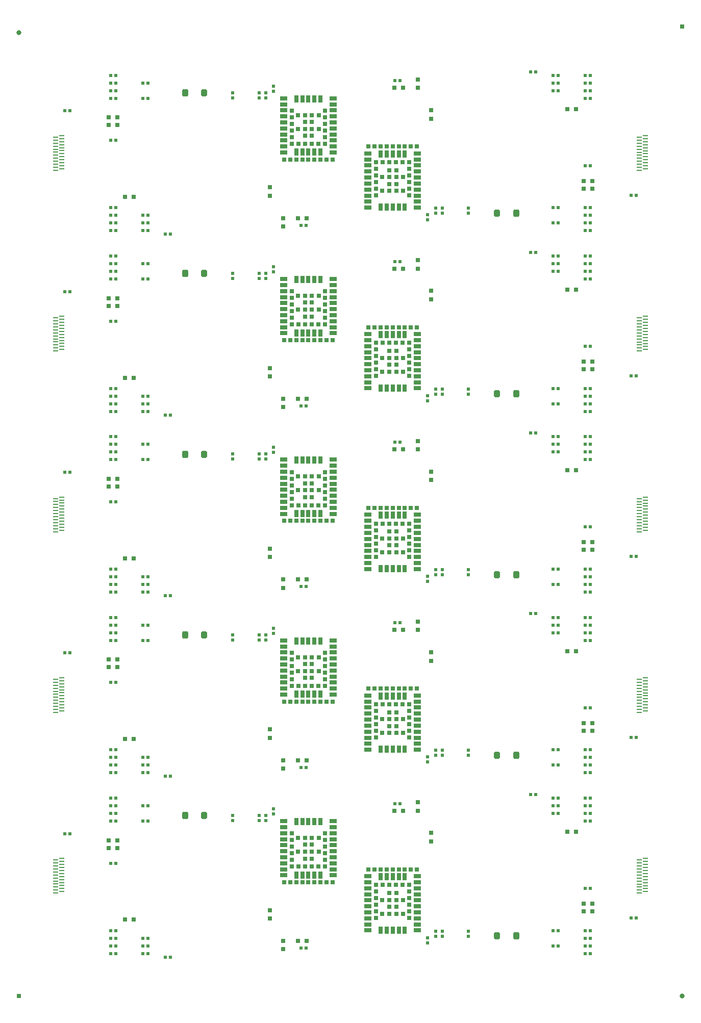
<source format=gbp>
G04*
G04 #@! TF.GenerationSoftware,Altium Limited,Altium Designer,21.6.4 (81)*
G04*
G04 Layer_Color=128*
%FSLAX43Y43*%
%MOMM*%
G71*
G04*
G04 #@! TF.SameCoordinates,B8146748-6EAE-4540-ADCA-D378D2E1ADA8*
G04*
G04*
G04 #@! TF.FilePolarity,Positive*
G04*
G01*
G75*
%ADD10C,0.800*%
%ADD11R,0.800X0.800*%
G04:AMPARAMS|DCode=13|XSize=1mm|YSize=1.2mm|CornerRadius=0mm|HoleSize=0mm|Usage=FLASHONLY|Rotation=0.000|XOffset=0mm|YOffset=0mm|HoleType=Round|Shape=Octagon|*
%AMOCTAGOND13*
4,1,8,-0.250,0.600,0.250,0.600,0.500,0.350,0.500,-0.350,0.250,-0.600,-0.250,-0.600,-0.500,-0.350,-0.500,0.350,-0.250,0.600,0.0*
%
%ADD13OCTAGOND13*%

G04:AMPARAMS|DCode=14|XSize=1mm|YSize=1.2mm|CornerRadius=0.25mm|HoleSize=0mm|Usage=FLASHONLY|Rotation=0.000|XOffset=0mm|YOffset=0mm|HoleType=Round|Shape=RoundedRectangle|*
%AMROUNDEDRECTD14*
21,1,1.000,0.700,0,0,0.0*
21,1,0.500,1.200,0,0,0.0*
1,1,0.500,0.250,-0.350*
1,1,0.500,-0.250,-0.350*
1,1,0.500,-0.250,0.350*
1,1,0.500,0.250,0.350*
%
%ADD14ROUNDEDRECTD14*%
G04:AMPARAMS|DCode=18|XSize=0.75mm|YSize=0.75mm|CornerRadius=0.075mm|HoleSize=0mm|Usage=FLASHONLY|Rotation=270.000|XOffset=0mm|YOffset=0mm|HoleType=Round|Shape=RoundedRectangle|*
%AMROUNDEDRECTD18*
21,1,0.750,0.600,0,0,270.0*
21,1,0.600,0.750,0,0,270.0*
1,1,0.150,-0.300,-0.300*
1,1,0.150,-0.300,0.300*
1,1,0.150,0.300,0.300*
1,1,0.150,0.300,-0.300*
%
%ADD18ROUNDEDRECTD18*%
%ADD19R,0.550X0.550*%
G04:AMPARAMS|DCode=23|XSize=0.55mm|YSize=0.55mm|CornerRadius=0.055mm|HoleSize=0mm|Usage=FLASHONLY|Rotation=90.000|XOffset=0mm|YOffset=0mm|HoleType=Round|Shape=RoundedRectangle|*
%AMROUNDEDRECTD23*
21,1,0.550,0.440,0,0,90.0*
21,1,0.440,0.550,0,0,90.0*
1,1,0.110,0.220,0.220*
1,1,0.110,0.220,-0.220*
1,1,0.110,-0.220,-0.220*
1,1,0.110,-0.220,0.220*
%
%ADD23ROUNDEDRECTD23*%
%ADD24R,0.750X0.800*%
%ADD57R,0.850X0.270*%
%ADD58R,1.150X0.700*%
%ADD59R,0.700X1.150*%
%ADD60R,0.700X0.700*%
%ADD61R,0.700X0.700*%
%ADD62R,0.550X0.550*%
G04:AMPARAMS|DCode=63|XSize=0.55mm|YSize=0.55mm|CornerRadius=0.055mm|HoleSize=0mm|Usage=FLASHONLY|Rotation=0.000|XOffset=0mm|YOffset=0mm|HoleType=Round|Shape=RoundedRectangle|*
%AMROUNDEDRECTD63*
21,1,0.550,0.440,0,0,0.0*
21,1,0.440,0.550,0,0,0.0*
1,1,0.110,0.220,-0.220*
1,1,0.110,-0.220,-0.220*
1,1,0.110,-0.220,0.220*
1,1,0.110,0.220,0.220*
%
%ADD63ROUNDEDRECTD63*%
G04:AMPARAMS|DCode=75|XSize=1mm|YSize=1.2mm|CornerRadius=0.25mm|HoleSize=0mm|Usage=FLASHONLY|Rotation=360.000|XOffset=0mm|YOffset=0mm|HoleType=Round|Shape=RoundedRectangle|*
%AMROUNDEDRECTD75*
21,1,1.000,0.700,0,0,360.0*
21,1,0.500,1.200,0,0,360.0*
1,1,0.500,0.250,-0.350*
1,1,0.500,-0.250,-0.350*
1,1,0.500,-0.250,0.350*
1,1,0.500,0.250,0.350*
%
%ADD75ROUNDEDRECTD75*%
G04:AMPARAMS|DCode=76|XSize=1mm|YSize=1.2mm|CornerRadius=0mm|HoleSize=0mm|Usage=FLASHONLY|Rotation=360.000|XOffset=0mm|YOffset=0mm|HoleType=Round|Shape=Octagon|*
%AMOCTAGOND76*
4,1,8,-0.250,0.600,0.250,0.600,0.500,0.350,0.500,-0.350,0.250,-0.600,-0.250,-0.600,-0.500,-0.350,-0.500,0.350,-0.250,0.600,0.0*
%
%ADD76OCTAGOND76*%

G04:AMPARAMS|DCode=77|XSize=0.55mm|YSize=0.55mm|CornerRadius=0.055mm|HoleSize=0mm|Usage=FLASHONLY|Rotation=360.000|XOffset=0mm|YOffset=0mm|HoleType=Round|Shape=RoundedRectangle|*
%AMROUNDEDRECTD77*
21,1,0.550,0.440,0,0,360.0*
21,1,0.440,0.550,0,0,360.0*
1,1,0.110,0.220,-0.220*
1,1,0.110,-0.220,-0.220*
1,1,0.110,-0.220,0.220*
1,1,0.110,0.220,0.220*
%
%ADD77ROUNDEDRECTD77*%
D10*
X5000Y165000D02*
D03*
X115000Y5000D02*
D03*
D11*
Y166000D02*
D03*
X5000Y5000D02*
D03*
D13*
X35675Y35000D02*
D03*
Y65000D02*
D03*
Y155000D02*
D03*
Y125000D02*
D03*
Y95000D02*
D03*
D14*
X32525Y35000D02*
D03*
Y65000D02*
D03*
Y155000D02*
D03*
Y125000D02*
D03*
Y95000D02*
D03*
D18*
X46600Y17900D02*
D03*
Y19300D02*
D03*
X48800Y14200D02*
D03*
Y12800D02*
D03*
X46600Y47900D02*
D03*
Y49300D02*
D03*
X48800Y44200D02*
D03*
Y42800D02*
D03*
X73400Y152100D02*
D03*
Y150700D02*
D03*
X71200Y155800D02*
D03*
Y157200D02*
D03*
X73400Y122100D02*
D03*
Y120700D02*
D03*
X71200Y125800D02*
D03*
Y127200D02*
D03*
X73400Y92100D02*
D03*
Y90700D02*
D03*
X71200Y95800D02*
D03*
Y97200D02*
D03*
X73400Y62100D02*
D03*
Y60700D02*
D03*
X71200Y65800D02*
D03*
Y67200D02*
D03*
X73400Y32100D02*
D03*
Y30700D02*
D03*
X71200Y35800D02*
D03*
Y37200D02*
D03*
X46600Y137900D02*
D03*
Y139300D02*
D03*
X48800Y134200D02*
D03*
Y132800D02*
D03*
X46600Y107900D02*
D03*
Y109300D02*
D03*
X48800Y104200D02*
D03*
Y102800D02*
D03*
X46600Y77900D02*
D03*
Y79300D02*
D03*
X48800Y74200D02*
D03*
Y72800D02*
D03*
D19*
X44800Y34175D02*
D03*
Y35025D02*
D03*
X40460Y34175D02*
D03*
Y35025D02*
D03*
X44800Y64175D02*
D03*
Y65025D02*
D03*
X40460Y64175D02*
D03*
Y65025D02*
D03*
X75200Y135825D02*
D03*
Y134975D02*
D03*
X79540Y135825D02*
D03*
Y134975D02*
D03*
X75200Y105825D02*
D03*
Y104975D02*
D03*
X79540Y105825D02*
D03*
Y104975D02*
D03*
X75200Y75825D02*
D03*
Y74975D02*
D03*
X79540Y75825D02*
D03*
Y74975D02*
D03*
X75200Y45825D02*
D03*
Y44975D02*
D03*
X79540Y45825D02*
D03*
Y44975D02*
D03*
X75200Y15825D02*
D03*
Y14975D02*
D03*
X79540Y15825D02*
D03*
Y14975D02*
D03*
X44800Y154175D02*
D03*
Y155025D02*
D03*
X40460Y154175D02*
D03*
Y155025D02*
D03*
X44800Y124175D02*
D03*
Y125025D02*
D03*
X40460Y124175D02*
D03*
Y125025D02*
D03*
X44800Y94175D02*
D03*
Y95025D02*
D03*
X40460Y94175D02*
D03*
Y95025D02*
D03*
D23*
X47200Y36125D02*
D03*
Y35275D02*
D03*
X45900Y35025D02*
D03*
Y34175D02*
D03*
X47200Y66125D02*
D03*
Y65275D02*
D03*
X45900Y65025D02*
D03*
Y64175D02*
D03*
X72800Y133875D02*
D03*
Y134725D02*
D03*
X74100Y134975D02*
D03*
Y135825D02*
D03*
X72800Y103875D02*
D03*
Y104725D02*
D03*
X74100Y104975D02*
D03*
Y105825D02*
D03*
X72800Y73875D02*
D03*
Y74725D02*
D03*
X74100Y74975D02*
D03*
Y75825D02*
D03*
X72800Y43875D02*
D03*
Y44725D02*
D03*
X74100Y44975D02*
D03*
Y45825D02*
D03*
X72800Y13875D02*
D03*
Y14725D02*
D03*
X74100Y14975D02*
D03*
Y15825D02*
D03*
X47200Y156125D02*
D03*
Y155275D02*
D03*
X45900Y155025D02*
D03*
Y154175D02*
D03*
X47200Y126125D02*
D03*
Y125275D02*
D03*
X45900Y125025D02*
D03*
Y124175D02*
D03*
X47200Y96125D02*
D03*
Y95275D02*
D03*
X45900Y95025D02*
D03*
Y94175D02*
D03*
D24*
X51300Y14200D02*
D03*
X52700D02*
D03*
X24000Y17700D02*
D03*
X22600D02*
D03*
X19900Y30905D02*
D03*
X21300D02*
D03*
X19900Y29635D02*
D03*
X21300D02*
D03*
X51300Y44200D02*
D03*
X52700D02*
D03*
X24000Y47700D02*
D03*
X22600D02*
D03*
X19900Y60905D02*
D03*
X21300D02*
D03*
X19900Y59635D02*
D03*
X21300D02*
D03*
X68700Y155800D02*
D03*
X67300D02*
D03*
X96000Y152300D02*
D03*
X97400D02*
D03*
X100100Y139095D02*
D03*
X98700D02*
D03*
X100100Y140365D02*
D03*
X98700D02*
D03*
X68700Y125800D02*
D03*
X67300D02*
D03*
X96000Y122300D02*
D03*
X97400D02*
D03*
X100100Y109095D02*
D03*
X98700D02*
D03*
X100100Y110365D02*
D03*
X98700D02*
D03*
X68700Y95800D02*
D03*
X67300D02*
D03*
X96000Y92300D02*
D03*
X97400D02*
D03*
X100100Y79095D02*
D03*
X98700D02*
D03*
X100100Y80365D02*
D03*
X98700D02*
D03*
X68700Y65800D02*
D03*
X67300D02*
D03*
X96000Y62300D02*
D03*
X97400D02*
D03*
X100100Y49095D02*
D03*
X98700D02*
D03*
X100100Y50365D02*
D03*
X98700D02*
D03*
X68700Y35800D02*
D03*
X67300D02*
D03*
X96000Y32300D02*
D03*
X97400D02*
D03*
X100100Y19095D02*
D03*
X98700D02*
D03*
X100100Y20365D02*
D03*
X98700D02*
D03*
X51300Y134200D02*
D03*
X52700D02*
D03*
X24000Y137700D02*
D03*
X22600D02*
D03*
X19900Y150905D02*
D03*
X21300D02*
D03*
X19900Y149635D02*
D03*
X21300D02*
D03*
X51300Y104200D02*
D03*
X52700D02*
D03*
X24000Y107700D02*
D03*
X22600D02*
D03*
X19900Y120905D02*
D03*
X21300D02*
D03*
X19900Y119635D02*
D03*
X21300D02*
D03*
X51300Y74200D02*
D03*
X52700D02*
D03*
X24000Y77700D02*
D03*
X22600D02*
D03*
X19900Y90905D02*
D03*
X21300D02*
D03*
X19900Y89635D02*
D03*
X21300D02*
D03*
D57*
X12100Y23879D02*
D03*
Y22379D02*
D03*
Y22879D02*
D03*
Y23379D02*
D03*
Y27879D02*
D03*
Y25379D02*
D03*
Y27379D02*
D03*
Y24379D02*
D03*
Y24879D02*
D03*
Y25879D02*
D03*
Y26379D02*
D03*
Y26879D02*
D03*
X11050Y27629D02*
D03*
Y22129D02*
D03*
Y22629D02*
D03*
Y23129D02*
D03*
Y23629D02*
D03*
Y24129D02*
D03*
Y24629D02*
D03*
Y25129D02*
D03*
Y25629D02*
D03*
Y26129D02*
D03*
Y26629D02*
D03*
Y27129D02*
D03*
X12100Y53879D02*
D03*
Y52379D02*
D03*
Y52879D02*
D03*
Y53379D02*
D03*
Y57879D02*
D03*
Y55379D02*
D03*
Y57379D02*
D03*
Y54379D02*
D03*
Y54879D02*
D03*
Y55879D02*
D03*
Y56379D02*
D03*
Y56879D02*
D03*
X11050Y57629D02*
D03*
Y52129D02*
D03*
Y52629D02*
D03*
Y53129D02*
D03*
Y53629D02*
D03*
Y54129D02*
D03*
Y54629D02*
D03*
Y55129D02*
D03*
Y55629D02*
D03*
Y56129D02*
D03*
Y56629D02*
D03*
Y57129D02*
D03*
X107900Y146121D02*
D03*
Y147621D02*
D03*
Y147121D02*
D03*
Y146621D02*
D03*
Y142121D02*
D03*
Y144621D02*
D03*
Y142621D02*
D03*
Y145621D02*
D03*
Y145121D02*
D03*
Y144121D02*
D03*
Y143621D02*
D03*
Y143121D02*
D03*
X108950Y142371D02*
D03*
Y147871D02*
D03*
Y147371D02*
D03*
Y146871D02*
D03*
Y146371D02*
D03*
Y145871D02*
D03*
Y145371D02*
D03*
Y144871D02*
D03*
Y144371D02*
D03*
Y143871D02*
D03*
Y143371D02*
D03*
Y142871D02*
D03*
X107900Y116121D02*
D03*
Y117621D02*
D03*
Y117121D02*
D03*
Y116621D02*
D03*
Y112121D02*
D03*
Y114621D02*
D03*
Y112621D02*
D03*
Y115621D02*
D03*
Y115121D02*
D03*
Y114121D02*
D03*
Y113621D02*
D03*
Y113121D02*
D03*
X108950Y112371D02*
D03*
Y117871D02*
D03*
Y117371D02*
D03*
Y116871D02*
D03*
Y116371D02*
D03*
Y115871D02*
D03*
Y115371D02*
D03*
Y114871D02*
D03*
Y114371D02*
D03*
Y113871D02*
D03*
Y113371D02*
D03*
Y112871D02*
D03*
X107900Y86121D02*
D03*
Y87621D02*
D03*
Y87121D02*
D03*
Y86621D02*
D03*
Y82121D02*
D03*
Y84621D02*
D03*
Y82621D02*
D03*
Y85621D02*
D03*
Y85121D02*
D03*
Y84121D02*
D03*
Y83621D02*
D03*
Y83121D02*
D03*
X108950Y82371D02*
D03*
Y87871D02*
D03*
Y87371D02*
D03*
Y86871D02*
D03*
Y86371D02*
D03*
Y85871D02*
D03*
Y85371D02*
D03*
Y84871D02*
D03*
Y84371D02*
D03*
Y83871D02*
D03*
Y83371D02*
D03*
Y82871D02*
D03*
X107900Y56121D02*
D03*
Y57621D02*
D03*
Y57121D02*
D03*
Y56621D02*
D03*
Y52121D02*
D03*
Y54621D02*
D03*
Y52621D02*
D03*
Y55621D02*
D03*
Y55121D02*
D03*
Y54121D02*
D03*
Y53621D02*
D03*
Y53121D02*
D03*
X108950Y52371D02*
D03*
Y57871D02*
D03*
Y57371D02*
D03*
Y56871D02*
D03*
Y56371D02*
D03*
Y55871D02*
D03*
Y55371D02*
D03*
Y54871D02*
D03*
Y54371D02*
D03*
Y53871D02*
D03*
Y53371D02*
D03*
Y52871D02*
D03*
X107900Y26121D02*
D03*
Y27621D02*
D03*
Y27121D02*
D03*
Y26621D02*
D03*
Y22121D02*
D03*
Y24621D02*
D03*
Y22621D02*
D03*
Y25621D02*
D03*
Y25121D02*
D03*
Y24121D02*
D03*
Y23621D02*
D03*
Y23121D02*
D03*
X108950Y22371D02*
D03*
Y27871D02*
D03*
Y27371D02*
D03*
Y26871D02*
D03*
Y26371D02*
D03*
Y25871D02*
D03*
Y25371D02*
D03*
Y24871D02*
D03*
Y24371D02*
D03*
Y23871D02*
D03*
Y23371D02*
D03*
Y22871D02*
D03*
X12100Y143879D02*
D03*
Y142379D02*
D03*
Y142879D02*
D03*
Y143379D02*
D03*
Y147879D02*
D03*
Y145379D02*
D03*
Y147379D02*
D03*
Y144379D02*
D03*
Y144879D02*
D03*
Y145879D02*
D03*
Y146379D02*
D03*
Y146879D02*
D03*
X11050Y147629D02*
D03*
Y142129D02*
D03*
Y142629D02*
D03*
Y143129D02*
D03*
Y143629D02*
D03*
Y144129D02*
D03*
Y144629D02*
D03*
Y145129D02*
D03*
Y145629D02*
D03*
Y146129D02*
D03*
Y146629D02*
D03*
Y147129D02*
D03*
X12100Y113879D02*
D03*
Y112379D02*
D03*
Y112879D02*
D03*
Y113379D02*
D03*
Y117879D02*
D03*
Y115379D02*
D03*
Y117379D02*
D03*
Y114379D02*
D03*
Y114879D02*
D03*
Y115879D02*
D03*
Y116379D02*
D03*
Y116879D02*
D03*
X11050Y117629D02*
D03*
Y112129D02*
D03*
Y112629D02*
D03*
Y113129D02*
D03*
Y113629D02*
D03*
Y114129D02*
D03*
Y114629D02*
D03*
Y115129D02*
D03*
Y115629D02*
D03*
Y116129D02*
D03*
Y116629D02*
D03*
Y117129D02*
D03*
X12100Y83879D02*
D03*
Y82379D02*
D03*
Y82879D02*
D03*
Y83379D02*
D03*
Y87879D02*
D03*
Y85379D02*
D03*
Y87379D02*
D03*
Y84379D02*
D03*
Y84879D02*
D03*
Y85879D02*
D03*
Y86379D02*
D03*
Y86879D02*
D03*
X11050Y87629D02*
D03*
Y82129D02*
D03*
Y82629D02*
D03*
Y83129D02*
D03*
Y83629D02*
D03*
Y84129D02*
D03*
Y84629D02*
D03*
Y85129D02*
D03*
Y85629D02*
D03*
Y86129D02*
D03*
Y86629D02*
D03*
Y87129D02*
D03*
D58*
X48875Y25075D02*
D03*
Y26075D02*
D03*
Y27075D02*
D03*
Y28075D02*
D03*
Y29075D02*
D03*
Y30075D02*
D03*
Y31075D02*
D03*
Y32075D02*
D03*
Y33075D02*
D03*
Y34075D02*
D03*
X57125D02*
D03*
Y33075D02*
D03*
Y32075D02*
D03*
Y31075D02*
D03*
Y30075D02*
D03*
Y29075D02*
D03*
Y28075D02*
D03*
Y27075D02*
D03*
Y26075D02*
D03*
Y25075D02*
D03*
X48875Y55075D02*
D03*
Y56075D02*
D03*
Y57075D02*
D03*
Y58075D02*
D03*
Y59075D02*
D03*
Y60075D02*
D03*
Y61075D02*
D03*
Y62075D02*
D03*
Y63075D02*
D03*
Y64075D02*
D03*
X57125D02*
D03*
Y63075D02*
D03*
Y62075D02*
D03*
Y61075D02*
D03*
Y60075D02*
D03*
Y59075D02*
D03*
Y58075D02*
D03*
Y57075D02*
D03*
Y56075D02*
D03*
Y55075D02*
D03*
X71125Y144925D02*
D03*
Y143925D02*
D03*
Y142925D02*
D03*
Y141925D02*
D03*
Y140925D02*
D03*
Y139925D02*
D03*
Y138925D02*
D03*
Y137925D02*
D03*
Y136925D02*
D03*
Y135925D02*
D03*
X62875D02*
D03*
Y136925D02*
D03*
Y137925D02*
D03*
Y138925D02*
D03*
Y139925D02*
D03*
Y140925D02*
D03*
Y141925D02*
D03*
Y142925D02*
D03*
Y143925D02*
D03*
Y144925D02*
D03*
X71125Y114925D02*
D03*
Y113925D02*
D03*
Y112925D02*
D03*
Y111925D02*
D03*
Y110925D02*
D03*
Y109925D02*
D03*
Y108925D02*
D03*
Y107925D02*
D03*
Y106925D02*
D03*
Y105925D02*
D03*
X62875D02*
D03*
Y106925D02*
D03*
Y107925D02*
D03*
Y108925D02*
D03*
Y109925D02*
D03*
Y110925D02*
D03*
Y111925D02*
D03*
Y112925D02*
D03*
Y113925D02*
D03*
Y114925D02*
D03*
X71125Y84925D02*
D03*
Y83925D02*
D03*
Y82925D02*
D03*
Y81925D02*
D03*
Y80925D02*
D03*
Y79925D02*
D03*
Y78925D02*
D03*
Y77925D02*
D03*
Y76925D02*
D03*
Y75925D02*
D03*
X62875D02*
D03*
Y76925D02*
D03*
Y77925D02*
D03*
Y78925D02*
D03*
Y79925D02*
D03*
Y80925D02*
D03*
Y81925D02*
D03*
Y82925D02*
D03*
Y83925D02*
D03*
Y84925D02*
D03*
X71125Y54925D02*
D03*
Y53925D02*
D03*
Y52925D02*
D03*
Y51925D02*
D03*
Y50925D02*
D03*
Y49925D02*
D03*
Y48925D02*
D03*
Y47925D02*
D03*
Y46925D02*
D03*
Y45925D02*
D03*
X62875D02*
D03*
Y46925D02*
D03*
Y47925D02*
D03*
Y48925D02*
D03*
Y49925D02*
D03*
Y50925D02*
D03*
Y51925D02*
D03*
Y52925D02*
D03*
Y53925D02*
D03*
Y54925D02*
D03*
X71125Y24925D02*
D03*
Y23925D02*
D03*
Y22925D02*
D03*
Y21925D02*
D03*
Y20925D02*
D03*
Y19925D02*
D03*
Y18925D02*
D03*
Y17925D02*
D03*
Y16925D02*
D03*
Y15925D02*
D03*
X62875D02*
D03*
Y16925D02*
D03*
Y17925D02*
D03*
Y18925D02*
D03*
Y19925D02*
D03*
Y20925D02*
D03*
Y21925D02*
D03*
Y22925D02*
D03*
Y23925D02*
D03*
Y24925D02*
D03*
X48875Y145075D02*
D03*
Y146075D02*
D03*
Y147075D02*
D03*
Y148075D02*
D03*
Y149075D02*
D03*
Y150075D02*
D03*
Y151075D02*
D03*
Y152075D02*
D03*
Y153075D02*
D03*
Y154075D02*
D03*
X57125D02*
D03*
Y153075D02*
D03*
Y152075D02*
D03*
Y151075D02*
D03*
Y150075D02*
D03*
Y149075D02*
D03*
Y148075D02*
D03*
Y147075D02*
D03*
Y146075D02*
D03*
Y145075D02*
D03*
X48875Y115075D02*
D03*
Y116075D02*
D03*
Y117075D02*
D03*
Y118075D02*
D03*
Y119075D02*
D03*
Y120075D02*
D03*
Y121075D02*
D03*
Y122075D02*
D03*
Y123075D02*
D03*
Y124075D02*
D03*
X57125D02*
D03*
Y123075D02*
D03*
Y122075D02*
D03*
Y121075D02*
D03*
Y120075D02*
D03*
Y119075D02*
D03*
Y118075D02*
D03*
Y117075D02*
D03*
Y116075D02*
D03*
Y115075D02*
D03*
X48875Y85075D02*
D03*
Y86075D02*
D03*
Y87075D02*
D03*
Y88075D02*
D03*
Y89075D02*
D03*
Y90075D02*
D03*
Y91075D02*
D03*
Y92075D02*
D03*
Y93075D02*
D03*
Y94075D02*
D03*
X57125D02*
D03*
Y93075D02*
D03*
Y92075D02*
D03*
Y91075D02*
D03*
Y90075D02*
D03*
Y89075D02*
D03*
Y88075D02*
D03*
Y87075D02*
D03*
Y86075D02*
D03*
Y85075D02*
D03*
D59*
X55000Y34000D02*
D03*
X54000D02*
D03*
X53000D02*
D03*
X52000D02*
D03*
X51000D02*
D03*
Y25150D02*
D03*
X52000D02*
D03*
X53000D02*
D03*
X54000D02*
D03*
X55000D02*
D03*
Y64000D02*
D03*
X54000D02*
D03*
X53000D02*
D03*
X52000D02*
D03*
X51000D02*
D03*
Y55150D02*
D03*
X52000D02*
D03*
X53000D02*
D03*
X54000D02*
D03*
X55000D02*
D03*
X65000Y136000D02*
D03*
X66000D02*
D03*
X67000D02*
D03*
X68000D02*
D03*
X69000D02*
D03*
Y144850D02*
D03*
X68000D02*
D03*
X67000D02*
D03*
X66000D02*
D03*
X65000D02*
D03*
Y106000D02*
D03*
X66000D02*
D03*
X67000D02*
D03*
X68000D02*
D03*
X69000D02*
D03*
Y114850D02*
D03*
X68000D02*
D03*
X67000D02*
D03*
X66000D02*
D03*
X65000D02*
D03*
Y76000D02*
D03*
X66000D02*
D03*
X67000D02*
D03*
X68000D02*
D03*
X69000D02*
D03*
Y84850D02*
D03*
X68000D02*
D03*
X67000D02*
D03*
X66000D02*
D03*
X65000D02*
D03*
Y46000D02*
D03*
X66000D02*
D03*
X67000D02*
D03*
X68000D02*
D03*
X69000D02*
D03*
Y54850D02*
D03*
X68000D02*
D03*
X67000D02*
D03*
X66000D02*
D03*
X65000D02*
D03*
Y16000D02*
D03*
X66000D02*
D03*
X67000D02*
D03*
X68000D02*
D03*
X69000D02*
D03*
Y24850D02*
D03*
X68000D02*
D03*
X67000D02*
D03*
X66000D02*
D03*
X65000D02*
D03*
X55000Y154000D02*
D03*
X54000D02*
D03*
X53000D02*
D03*
X52000D02*
D03*
X51000D02*
D03*
Y145150D02*
D03*
X52000D02*
D03*
X53000D02*
D03*
X54000D02*
D03*
X55000D02*
D03*
Y124000D02*
D03*
X54000D02*
D03*
X53000D02*
D03*
X52000D02*
D03*
X51000D02*
D03*
Y115150D02*
D03*
X52000D02*
D03*
X53000D02*
D03*
X54000D02*
D03*
X55000D02*
D03*
Y94000D02*
D03*
X54000D02*
D03*
X53000D02*
D03*
X52000D02*
D03*
X51000D02*
D03*
Y85150D02*
D03*
X52000D02*
D03*
X53000D02*
D03*
X54000D02*
D03*
X55000D02*
D03*
D60*
X51275Y31300D02*
D03*
X52425D02*
D03*
X53575D02*
D03*
X54725D02*
D03*
Y29000D02*
D03*
X53575Y30150D02*
D03*
X52425D02*
D03*
Y27850D02*
D03*
X51275Y29000D02*
D03*
X52425D02*
D03*
X53575D02*
D03*
Y27850D02*
D03*
X51275Y61300D02*
D03*
X52425D02*
D03*
X53575D02*
D03*
X54725D02*
D03*
Y59000D02*
D03*
X53575Y60150D02*
D03*
X52425D02*
D03*
Y57850D02*
D03*
X51275Y59000D02*
D03*
X52425D02*
D03*
X53575D02*
D03*
Y57850D02*
D03*
X68725Y138700D02*
D03*
X67575D02*
D03*
X66425D02*
D03*
X65275D02*
D03*
Y141000D02*
D03*
X66425Y139850D02*
D03*
X67575D02*
D03*
Y142150D02*
D03*
X68725Y141000D02*
D03*
X67575D02*
D03*
X66425D02*
D03*
Y142150D02*
D03*
X68725Y108700D02*
D03*
X67575D02*
D03*
X66425D02*
D03*
X65275D02*
D03*
Y111000D02*
D03*
X66425Y109850D02*
D03*
X67575D02*
D03*
Y112150D02*
D03*
X68725Y111000D02*
D03*
X67575D02*
D03*
X66425D02*
D03*
Y112150D02*
D03*
X68725Y78700D02*
D03*
X67575D02*
D03*
X66425D02*
D03*
X65275D02*
D03*
Y81000D02*
D03*
X66425Y79850D02*
D03*
X67575D02*
D03*
Y82150D02*
D03*
X68725Y81000D02*
D03*
X67575D02*
D03*
X66425D02*
D03*
Y82150D02*
D03*
X68725Y48700D02*
D03*
X67575D02*
D03*
X66425D02*
D03*
X65275D02*
D03*
Y51000D02*
D03*
X66425Y49850D02*
D03*
X67575D02*
D03*
Y52150D02*
D03*
X68725Y51000D02*
D03*
X67575D02*
D03*
X66425D02*
D03*
Y52150D02*
D03*
X68725Y18700D02*
D03*
X67575D02*
D03*
X66425D02*
D03*
X65275D02*
D03*
Y21000D02*
D03*
X66425Y19850D02*
D03*
X67575D02*
D03*
Y22150D02*
D03*
X68725Y21000D02*
D03*
X67575D02*
D03*
X66425D02*
D03*
Y22150D02*
D03*
X51275Y151300D02*
D03*
X52425D02*
D03*
X53575D02*
D03*
X54725D02*
D03*
Y149000D02*
D03*
X53575Y150150D02*
D03*
X52425D02*
D03*
Y147850D02*
D03*
X51275Y149000D02*
D03*
X52425D02*
D03*
X53575D02*
D03*
Y147850D02*
D03*
X51275Y121300D02*
D03*
X52425D02*
D03*
X53575D02*
D03*
X54725D02*
D03*
Y119000D02*
D03*
X53575Y120150D02*
D03*
X52425D02*
D03*
Y117850D02*
D03*
X51275Y119000D02*
D03*
X52425D02*
D03*
X53575D02*
D03*
Y117850D02*
D03*
X51275Y91300D02*
D03*
X52425D02*
D03*
X53575D02*
D03*
X54725D02*
D03*
Y89000D02*
D03*
X53575Y90150D02*
D03*
X52425D02*
D03*
Y87850D02*
D03*
X51275Y89000D02*
D03*
X52425D02*
D03*
X53575D02*
D03*
Y87850D02*
D03*
D61*
X50250Y26525D02*
D03*
Y27625D02*
D03*
Y28725D02*
D03*
Y30925D02*
D03*
Y32025D02*
D03*
X55750D02*
D03*
Y30925D02*
D03*
Y29825D02*
D03*
Y28725D02*
D03*
Y27625D02*
D03*
Y26525D02*
D03*
X54650D02*
D03*
X53550D02*
D03*
X52450D02*
D03*
X51350D02*
D03*
X57000Y23925D02*
D03*
X56000D02*
D03*
X55000D02*
D03*
X54000D02*
D03*
X53000D02*
D03*
X52000D02*
D03*
X51000D02*
D03*
X50000D02*
D03*
X49000D02*
D03*
X50250Y29825D02*
D03*
Y56525D02*
D03*
Y57625D02*
D03*
Y58725D02*
D03*
Y60925D02*
D03*
Y62025D02*
D03*
X55750D02*
D03*
Y60925D02*
D03*
Y59825D02*
D03*
Y58725D02*
D03*
Y57625D02*
D03*
Y56525D02*
D03*
X54650D02*
D03*
X53550D02*
D03*
X52450D02*
D03*
X51350D02*
D03*
X57000Y53925D02*
D03*
X56000D02*
D03*
X55000D02*
D03*
X54000D02*
D03*
X53000D02*
D03*
X52000D02*
D03*
X51000D02*
D03*
X50000D02*
D03*
X49000D02*
D03*
X50250Y59825D02*
D03*
X69750Y143475D02*
D03*
Y142375D02*
D03*
Y141275D02*
D03*
Y139075D02*
D03*
Y137975D02*
D03*
X64250D02*
D03*
Y139075D02*
D03*
Y140175D02*
D03*
Y141275D02*
D03*
Y142375D02*
D03*
Y143475D02*
D03*
X65350D02*
D03*
X66450D02*
D03*
X67550D02*
D03*
X68650D02*
D03*
X63000Y146075D02*
D03*
X64000D02*
D03*
X65000D02*
D03*
X66000D02*
D03*
X67000D02*
D03*
X68000D02*
D03*
X69000D02*
D03*
X70000D02*
D03*
X71000D02*
D03*
X69750Y140175D02*
D03*
Y113475D02*
D03*
Y112375D02*
D03*
Y111275D02*
D03*
Y109075D02*
D03*
Y107975D02*
D03*
X64250D02*
D03*
Y109075D02*
D03*
Y110175D02*
D03*
Y111275D02*
D03*
Y112375D02*
D03*
Y113475D02*
D03*
X65350D02*
D03*
X66450D02*
D03*
X67550D02*
D03*
X68650D02*
D03*
X63000Y116075D02*
D03*
X64000D02*
D03*
X65000D02*
D03*
X66000D02*
D03*
X67000D02*
D03*
X68000D02*
D03*
X69000D02*
D03*
X70000D02*
D03*
X71000D02*
D03*
X69750Y110175D02*
D03*
Y83475D02*
D03*
Y82375D02*
D03*
Y81275D02*
D03*
Y79075D02*
D03*
Y77975D02*
D03*
X64250D02*
D03*
Y79075D02*
D03*
Y80175D02*
D03*
Y81275D02*
D03*
Y82375D02*
D03*
Y83475D02*
D03*
X65350D02*
D03*
X66450D02*
D03*
X67550D02*
D03*
X68650D02*
D03*
X63000Y86075D02*
D03*
X64000D02*
D03*
X65000D02*
D03*
X66000D02*
D03*
X67000D02*
D03*
X68000D02*
D03*
X69000D02*
D03*
X70000D02*
D03*
X71000D02*
D03*
X69750Y80175D02*
D03*
Y53475D02*
D03*
Y52375D02*
D03*
Y51275D02*
D03*
Y49075D02*
D03*
Y47975D02*
D03*
X64250D02*
D03*
Y49075D02*
D03*
Y50175D02*
D03*
Y51275D02*
D03*
Y52375D02*
D03*
Y53475D02*
D03*
X65350D02*
D03*
X66450D02*
D03*
X67550D02*
D03*
X68650D02*
D03*
X63000Y56075D02*
D03*
X64000D02*
D03*
X65000D02*
D03*
X66000D02*
D03*
X67000D02*
D03*
X68000D02*
D03*
X69000D02*
D03*
X70000D02*
D03*
X71000D02*
D03*
X69750Y50175D02*
D03*
Y23475D02*
D03*
Y22375D02*
D03*
Y21275D02*
D03*
Y19075D02*
D03*
Y17975D02*
D03*
X64250D02*
D03*
Y19075D02*
D03*
Y20175D02*
D03*
Y21275D02*
D03*
Y22375D02*
D03*
Y23475D02*
D03*
X65350D02*
D03*
X66450D02*
D03*
X67550D02*
D03*
X68650D02*
D03*
X63000Y26075D02*
D03*
X64000D02*
D03*
X65000D02*
D03*
X66000D02*
D03*
X67000D02*
D03*
X68000D02*
D03*
X69000D02*
D03*
X70000D02*
D03*
X71000D02*
D03*
X69750Y20175D02*
D03*
X50250Y146525D02*
D03*
Y147625D02*
D03*
Y148725D02*
D03*
Y150925D02*
D03*
Y152025D02*
D03*
X55750D02*
D03*
Y150925D02*
D03*
Y149825D02*
D03*
Y148725D02*
D03*
Y147625D02*
D03*
Y146525D02*
D03*
X54650D02*
D03*
X53550D02*
D03*
X52450D02*
D03*
X51350D02*
D03*
X57000Y143925D02*
D03*
X56000D02*
D03*
X55000D02*
D03*
X54000D02*
D03*
X53000D02*
D03*
X52000D02*
D03*
X51000D02*
D03*
X50000D02*
D03*
X49000D02*
D03*
X50250Y149825D02*
D03*
Y116525D02*
D03*
Y117625D02*
D03*
Y118725D02*
D03*
Y120925D02*
D03*
Y122025D02*
D03*
X55750D02*
D03*
Y120925D02*
D03*
Y119825D02*
D03*
Y118725D02*
D03*
Y117625D02*
D03*
Y116525D02*
D03*
X54650D02*
D03*
X53550D02*
D03*
X52450D02*
D03*
X51350D02*
D03*
X57000Y113925D02*
D03*
X56000D02*
D03*
X55000D02*
D03*
X54000D02*
D03*
X53000D02*
D03*
X52000D02*
D03*
X51000D02*
D03*
X50000D02*
D03*
X49000D02*
D03*
X50250Y119825D02*
D03*
Y86525D02*
D03*
Y87625D02*
D03*
Y88725D02*
D03*
Y90925D02*
D03*
Y92025D02*
D03*
X55750D02*
D03*
Y90925D02*
D03*
Y89825D02*
D03*
Y88725D02*
D03*
Y87625D02*
D03*
Y86525D02*
D03*
X54650D02*
D03*
X53550D02*
D03*
X52450D02*
D03*
X51350D02*
D03*
X57000Y83925D02*
D03*
X56000D02*
D03*
X55000D02*
D03*
X54000D02*
D03*
X53000D02*
D03*
X52000D02*
D03*
X51000D02*
D03*
X50000D02*
D03*
X49000D02*
D03*
X50250Y89825D02*
D03*
D62*
X52625Y13000D02*
D03*
X51775D02*
D03*
X26425Y13365D02*
D03*
X25575D02*
D03*
X12575Y32000D02*
D03*
X13425D02*
D03*
X52625Y43000D02*
D03*
X51775D02*
D03*
X26425Y43365D02*
D03*
X25575D02*
D03*
X12575Y62000D02*
D03*
X13425D02*
D03*
X67375Y157000D02*
D03*
X68225D02*
D03*
X93575Y156635D02*
D03*
X94425D02*
D03*
X107425Y138000D02*
D03*
X106575D02*
D03*
X67375Y127000D02*
D03*
X68225D02*
D03*
X93575Y126635D02*
D03*
X94425D02*
D03*
X107425Y108000D02*
D03*
X106575D02*
D03*
X67375Y97000D02*
D03*
X68225D02*
D03*
X93575Y96635D02*
D03*
X94425D02*
D03*
X107425Y78000D02*
D03*
X106575D02*
D03*
X67375Y67000D02*
D03*
X68225D02*
D03*
X93575Y66635D02*
D03*
X94425D02*
D03*
X107425Y48000D02*
D03*
X106575D02*
D03*
X67375Y37000D02*
D03*
X68225D02*
D03*
X93575Y36635D02*
D03*
X94425D02*
D03*
X107425Y18000D02*
D03*
X106575D02*
D03*
X52625Y133000D02*
D03*
X51775D02*
D03*
X26425Y133365D02*
D03*
X25575D02*
D03*
X12575Y152000D02*
D03*
X13425D02*
D03*
X52625Y103000D02*
D03*
X51775D02*
D03*
X26425Y103365D02*
D03*
X25575D02*
D03*
X12575Y122000D02*
D03*
X13425D02*
D03*
X52625Y73000D02*
D03*
X51775D02*
D03*
X26425Y73365D02*
D03*
X25575D02*
D03*
X12575Y92000D02*
D03*
X13425D02*
D03*
D63*
X30125Y11500D02*
D03*
X29275D02*
D03*
X26425Y12095D02*
D03*
X25575D02*
D03*
Y14635D02*
D03*
X26425D02*
D03*
X21025Y15905D02*
D03*
X20175D02*
D03*
X21025Y12095D02*
D03*
X20175D02*
D03*
X21025Y13365D02*
D03*
X20175D02*
D03*
X21025Y14635D02*
D03*
X20175D02*
D03*
X25575Y34095D02*
D03*
X26425D02*
D03*
Y36635D02*
D03*
X25575D02*
D03*
X20175Y37905D02*
D03*
X21025D02*
D03*
X20175Y36635D02*
D03*
X21025D02*
D03*
X20175Y35365D02*
D03*
X21025D02*
D03*
X20175Y34095D02*
D03*
X21025D02*
D03*
X20175Y27095D02*
D03*
X21025D02*
D03*
X30125Y41500D02*
D03*
X29275D02*
D03*
X26425Y42095D02*
D03*
X25575D02*
D03*
Y44635D02*
D03*
X26425D02*
D03*
X21025Y45905D02*
D03*
X20175D02*
D03*
X21025Y42095D02*
D03*
X20175D02*
D03*
X21025Y43365D02*
D03*
X20175D02*
D03*
X21025Y44635D02*
D03*
X20175D02*
D03*
X25575Y64095D02*
D03*
X26425D02*
D03*
Y66635D02*
D03*
X25575D02*
D03*
X20175Y67905D02*
D03*
X21025D02*
D03*
X20175Y66635D02*
D03*
X21025D02*
D03*
X20175Y65365D02*
D03*
X21025D02*
D03*
X20175Y64095D02*
D03*
X21025D02*
D03*
X20175Y57095D02*
D03*
X21025D02*
D03*
X89875Y158500D02*
D03*
X90725D02*
D03*
X94425Y155365D02*
D03*
X93575D02*
D03*
Y133365D02*
D03*
X94425D02*
D03*
X89875Y128500D02*
D03*
X90725D02*
D03*
X94425Y125365D02*
D03*
X93575D02*
D03*
Y103365D02*
D03*
X94425D02*
D03*
X89875Y98500D02*
D03*
X90725D02*
D03*
X94425Y95365D02*
D03*
X93575D02*
D03*
Y73365D02*
D03*
X94425D02*
D03*
X89875Y68500D02*
D03*
X90725D02*
D03*
X94425Y65365D02*
D03*
X93575D02*
D03*
Y43365D02*
D03*
X94425D02*
D03*
X89875Y38500D02*
D03*
X90725D02*
D03*
X94425Y35365D02*
D03*
X93575D02*
D03*
Y13365D02*
D03*
X94425D02*
D03*
X30125Y131500D02*
D03*
X29275D02*
D03*
X26425Y132095D02*
D03*
X25575D02*
D03*
Y134635D02*
D03*
X26425D02*
D03*
X21025Y135905D02*
D03*
X20175D02*
D03*
X21025Y132095D02*
D03*
X20175D02*
D03*
X21025Y133365D02*
D03*
X20175D02*
D03*
X21025Y134635D02*
D03*
X20175D02*
D03*
X25575Y154095D02*
D03*
X26425D02*
D03*
Y156635D02*
D03*
X25575D02*
D03*
X20175Y157905D02*
D03*
X21025D02*
D03*
X20175Y156635D02*
D03*
X21025D02*
D03*
X20175Y155365D02*
D03*
X21025D02*
D03*
X20175Y154095D02*
D03*
X21025D02*
D03*
X20175Y147095D02*
D03*
X21025D02*
D03*
X30125Y101500D02*
D03*
X29275D02*
D03*
X26425Y102095D02*
D03*
X25575D02*
D03*
Y104635D02*
D03*
X26425D02*
D03*
X21025Y105905D02*
D03*
X20175D02*
D03*
X21025Y102095D02*
D03*
X20175D02*
D03*
X21025Y103365D02*
D03*
X20175D02*
D03*
X21025Y104635D02*
D03*
X20175D02*
D03*
X25575Y124095D02*
D03*
X26425D02*
D03*
Y126635D02*
D03*
X25575D02*
D03*
X20175Y127905D02*
D03*
X21025D02*
D03*
X20175Y126635D02*
D03*
X21025D02*
D03*
X20175Y125365D02*
D03*
X21025D02*
D03*
X20175Y124095D02*
D03*
X21025D02*
D03*
X20175Y117095D02*
D03*
X21025D02*
D03*
X30125Y71500D02*
D03*
X29275D02*
D03*
X26425Y72095D02*
D03*
X25575D02*
D03*
Y74635D02*
D03*
X26425D02*
D03*
X21025Y75905D02*
D03*
X20175D02*
D03*
X21025Y72095D02*
D03*
X20175D02*
D03*
X21025Y73365D02*
D03*
X20175D02*
D03*
X21025Y74635D02*
D03*
X20175D02*
D03*
X25575Y94095D02*
D03*
X26425D02*
D03*
Y96635D02*
D03*
X25575D02*
D03*
X20175Y97905D02*
D03*
X21025D02*
D03*
X20175Y96635D02*
D03*
X21025D02*
D03*
X20175Y95365D02*
D03*
X21025D02*
D03*
X20175Y94095D02*
D03*
X21025D02*
D03*
X20175Y87095D02*
D03*
X21025D02*
D03*
D75*
X87475Y135000D02*
D03*
Y105000D02*
D03*
Y75000D02*
D03*
Y45000D02*
D03*
Y15000D02*
D03*
D76*
X84325Y135000D02*
D03*
Y105000D02*
D03*
Y75000D02*
D03*
Y45000D02*
D03*
Y15000D02*
D03*
D77*
X93575Y157905D02*
D03*
X94425D02*
D03*
X98975Y154095D02*
D03*
X99825D02*
D03*
X98975Y157905D02*
D03*
X99825D02*
D03*
X98975Y156635D02*
D03*
X99825D02*
D03*
X98975Y155365D02*
D03*
X99825D02*
D03*
X94425Y135905D02*
D03*
X93575D02*
D03*
X99825Y132095D02*
D03*
X98975D02*
D03*
X99825Y133365D02*
D03*
X98975D02*
D03*
X99825Y134635D02*
D03*
X98975D02*
D03*
X99825Y135905D02*
D03*
X98975D02*
D03*
X99825Y142905D02*
D03*
X98975D02*
D03*
X93575Y127905D02*
D03*
X94425D02*
D03*
X98975Y124095D02*
D03*
X99825D02*
D03*
X98975Y127905D02*
D03*
X99825D02*
D03*
X98975Y126635D02*
D03*
X99825D02*
D03*
X98975Y125365D02*
D03*
X99825D02*
D03*
X94425Y105905D02*
D03*
X93575D02*
D03*
X99825Y102095D02*
D03*
X98975D02*
D03*
X99825Y103365D02*
D03*
X98975D02*
D03*
X99825Y104635D02*
D03*
X98975D02*
D03*
X99825Y105905D02*
D03*
X98975D02*
D03*
X99825Y112905D02*
D03*
X98975D02*
D03*
X93575Y97905D02*
D03*
X94425D02*
D03*
X98975Y94095D02*
D03*
X99825D02*
D03*
X98975Y97905D02*
D03*
X99825D02*
D03*
X98975Y96635D02*
D03*
X99825D02*
D03*
X98975Y95365D02*
D03*
X99825D02*
D03*
X94425Y75905D02*
D03*
X93575D02*
D03*
X99825Y72095D02*
D03*
X98975D02*
D03*
X99825Y73365D02*
D03*
X98975D02*
D03*
X99825Y74635D02*
D03*
X98975D02*
D03*
X99825Y75905D02*
D03*
X98975D02*
D03*
X99825Y82905D02*
D03*
X98975D02*
D03*
X93575Y67905D02*
D03*
X94425D02*
D03*
X98975Y64095D02*
D03*
X99825D02*
D03*
X98975Y67905D02*
D03*
X99825D02*
D03*
X98975Y66635D02*
D03*
X99825D02*
D03*
X98975Y65365D02*
D03*
X99825D02*
D03*
X94425Y45905D02*
D03*
X93575D02*
D03*
X99825Y42095D02*
D03*
X98975D02*
D03*
X99825Y43365D02*
D03*
X98975D02*
D03*
X99825Y44635D02*
D03*
X98975D02*
D03*
X99825Y45905D02*
D03*
X98975D02*
D03*
X99825Y52905D02*
D03*
X98975D02*
D03*
X93575Y37905D02*
D03*
X94425D02*
D03*
X98975Y34095D02*
D03*
X99825D02*
D03*
X98975Y37905D02*
D03*
X99825D02*
D03*
X98975Y36635D02*
D03*
X99825D02*
D03*
X98975Y35365D02*
D03*
X99825D02*
D03*
X94425Y15905D02*
D03*
X93575D02*
D03*
X99825Y12095D02*
D03*
X98975D02*
D03*
X99825Y13365D02*
D03*
X98975D02*
D03*
X99825Y14635D02*
D03*
X98975D02*
D03*
X99825Y15905D02*
D03*
X98975D02*
D03*
X99825Y22905D02*
D03*
X98975D02*
D03*
M02*

</source>
